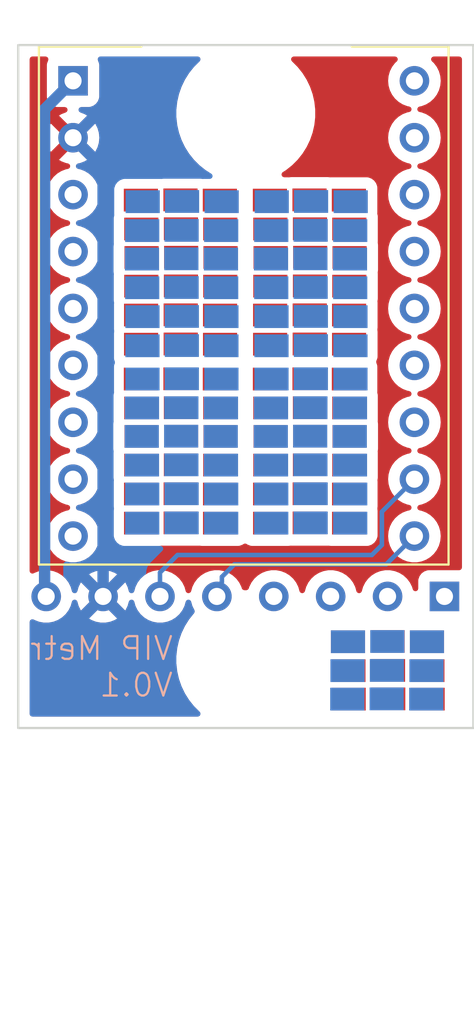
<source format=kicad_pcb>
(kicad_pcb (version 20240108) (generator "pcbnew") (generator_version "8.0")
  (layers (0 "F.Cu" signal) (1 "In1.Cu" signal "GND.Cu") (2 "In2.Cu" signal "PWR.Cu") (31 "B.Cu" signal) (34 "B.Paste" user) (35 "F.Paste" user) (36 "B.SilkS" user "B.Silkscreen") (37 "F.SilkS" user "F.Silkscreen") (38 "B.Mask" user) (39 "F.Mask" user) (44 "Edge.Cuts" user))
  (net 0 "")
  (net 1 "Earth")
  (net 2 "Net-(D1-IN+)")
  (net 3 "Net-(D1-IN-)")
  (net 4 "Net-(D1-VCC)")
  (net 5 "I2C_SDA")
  (net 6 "I2C_SCL")
  (footprint "" (layer "F.Cu") (at 218.86 93.78)
    (property "Reference" "" (at 0 0 0) (layer "F.SilkS") (effects (font (size 1.27 1.27))))
    (property "Value" "")
    (pad "3" smd rect (at 0 0 270) (size 1 1.5) (layers "B.Cu" "B.Mask"))
  )
  (footprint "VIP_metr_Library:ESP32_c6_zero" (layer "F.Cu") (at 209.28 76.64)
    (property "Reference" "D2" (hide yes))
    (property "Value" "~" (hide yes))
    (fp_line (start -4 -9) (end 0.5 -9) (stroke (width 0.1)) (layer "F.SilkS"))
    (fp_line (start -4 13.75) (end -4 -9) (stroke (width 0.1)) (layer "F.SilkS"))
    (fp_line (start 9.75 -9) (end 14 -9) (stroke (width 0.1)) (layer "F.SilkS"))
    (fp_line (start 14 -9) (end 14 13.75) (stroke (width 0.1)) (layer "F.SilkS"))
    (fp_line (start 14 13.75) (end -4 13.75) (stroke (width 0.1)) (layer "F.SilkS"))
    (pad "1" thru_hole rect (at -2.5 -7.5) (size 1.3 1.3) (drill 0.75) (layers "*.Cu" "*.Mask") (net 4 "Net-(D1-VCC)"))
    (pad "2" thru_hole circle (at -2.5 -5) (size 1.3 1.3) (drill 0.75) (layers "*.Cu" "*.Mask") (net 1 "Earth"))
    (pad "3" thru_hole circle (at -2.5 -2.5) (size 1.3 1.3) (drill 0.75) (layers "*.Cu" "*.Mask"))
    (pad "4" thru_hole circle (at -2.5 0) (size 1.3 1.3) (drill 0.75) (layers "*.Cu" "*.Mask"))
    (pad "5" thru_hole circle (at -2.5 2.5) (size 1.3 1.3) (drill 0.75) (layers "*.Cu" "*.Mask"))
    (pad "6" thru_hole circle (at -2.5 5) (size 1.3 1.3) (drill 0.75) (layers "*.Cu" "*.Mask"))
    (pad "7" thru_hole circle (at -2.5 7.5) (size 1.3 1.3) (drill 0.75) (layers "*.Cu" "*.Mask"))
    (pad "8" thru_hole circle (at -2.5 10) (size 1.3 1.3) (drill 0.75) (layers "*.Cu" "*.Mask"))
    (pad "9" thru_hole circle (at -2.5 12.5) (size 1.3 1.3) (drill 0.75) (layers "*.Cu" "*.Mask"))
    (pad "10" thru_hole circle (at 12.5 12.5) (size 1.3 1.3) (drill 0.75) (layers "*.Cu" "*.Mask") (net 6 "I2C_SCL"))
    (pad "11" thru_hole circle (at 12.5 10) (size 1.3 1.3) (drill 0.75) (layers "*.Cu" "*.Mask") (net 5 "I2C_SDA"))
    (pad "12" thru_hole circle (at 12.5 7.5) (size 1.3 1.3) (drill 0.75) (layers "*.Cu" "*.Mask"))
    (pad "13" thru_hole circle (at 12.5 5) (size 1.3 1.3) (drill 0.75) (layers "*.Cu" "*.Mask"))
    (pad "14" thru_hole circle (at 12.5 2.5) (size 1.3 1.3) (drill 0.75) (layers "*.Cu" "*.Mask"))
    (pad "15" thru_hole circle (at 12.5 0) (size 1.3 1.3) (drill 0.75) (layers "*.Cu" "*.Mask"))
    (pad "16" thru_hole circle (at 12.5 -2.5) (size 1.3 1.3) (drill 0.75) (layers "*.Cu" "*.Mask"))
    (pad "17" thru_hole circle (at 12.5 -5) (size 1.3 1.3) (drill 0.75) (layers "*.Cu" "*.Mask"))
    (pad "18" thru_hole circle (at 12.5 -7.5) (size 1.3 1.3) (drill 0.75) (layers "*.Cu" "*.Mask"))
  )
  (footprint "Bpi_v2_Lib:SolderJumper-array_P1.3mmPad1.0x1.5mm" (layer "F.Cu") (at 211.86 85.29 -90)
    (property "Reference" "REF**" (hide yes))
    (property "Value" "SolderJumper-array_P1.3mmPad1.0x1.5mm" (hide yes))
    (pad "1" smd rect (at -3.05 2.1 270) (size 1 1.5) (layers "F.Cu" "F.Mask"))
    (pad "2" smd rect (at -3.06 0.36 270) (size 1 1.5) (layers "F.Cu" "F.Mask"))
    (pad "3" smd rect (at -3.05 -1.37 270) (size 1 1.5) (layers "F.Cu" "F.Mask"))
    (pad "4" smd rect (at -1.78 2.08 270) (size 1 1.5) (layers "F.Cu" "F.Mask"))
    (pad "5" smd rect (at -1.79 0.34 270) (size 1 1.5) (layers "F.Cu" "F.Mask"))
    (pad "6" smd rect (at -1.78 -1.39 270) (size 1 1.5) (layers "F.Cu" "F.Mask"))
    (pad "7" smd rect (at -0.53 2.07 270) (size 1 1.5) (layers "F.Cu" "F.Mask"))
    (pad "8" smd rect (at -0.54 0.33 270) (size 1 1.5) (layers "F.Cu" "F.Mask"))
    (pad "9" smd rect (at -0.53 -1.4 270) (size 1 1.5) (layers "F.Cu" "F.Mask"))
    (pad "10" smd rect (at 0.73 2.08 270) (size 1 1.5) (layers "F.Cu" "F.Mask"))
    (pad "11" smd rect (at 0.72 0.34 270) (size 1 1.5) (layers "F.Cu" "F.Mask"))
    (pad "12" smd rect (at 0.73 -1.39 270) (size 1 1.5) (layers "F.Cu" "F.Mask"))
    (pad "13" smd rect (at 2 2.09 270) (size 1 1.5) (layers "F.Cu" "F.Mask"))
    (pad "14" smd rect (at 1.99 0.35 270) (size 1 1.5) (layers "F.Cu" "F.Mask"))
    (pad "15" smd rect (at 2 -1.38 270) (size 1 1.5) (layers "F.Cu" "F.Mask"))
    (pad "16" smd rect (at 3.28 2.09 270) (size 1 1.5) (layers "F.Cu" "F.Mask"))
    (pad "17" smd rect (at 3.27 0.35 270) (size 1 1.5) (layers "F.Cu" "F.Mask"))
    (pad "18" smd rect (at 3.28 -1.38 270) (size 1 1.5) (layers "F.Cu" "F.Mask"))
  )
  (footprint "" (layer "F.Cu") (at 218.83 96.3)
    (property "Reference" "" (at 0 0 0) (layer "F.SilkS") (effects (font (size 1.27 1.27))))
    (property "Value" "")
    (pad "9" smd rect (at 0 0 270) (size 1 1.5) (layers "B.Cu" "B.Mask"))
  )
  (footprint "" (layer "F.Cu") (at 222.3 96.3)
    (property "Reference" "" (at 0 0 0) (layer "F.SilkS") (effects (font (size 1.27 1.27))))
    (property "Value" "")
    (pad "7" smd rect (at 0 0 270) (size 1 1.5) (layers "B.Cu" "B.Mask"))
  )
  (footprint "" (layer "F.Cu") (at 222.31 95.05)
    (property "Reference" "" (at 0 0 0) (layer "F.SilkS") (effects (font (size 1.27 1.27))))
    (property "Value" "")
    (pad "4" smd rect (at 0 0 270) (size 1 1.5) (layers "B.Cu" "B.Mask"))
  )
  (footprint "" (layer "F.Cu") (at 220.57 95.04)
    (property "Reference" "" (at 0 0 0) (layer "F.SilkS") (effects (font (size 1.27 1.27))))
    (property "Value" "")
    (pad "5" smd rect (at 0 0 270) (size 1 1.5) (layers "B.Cu" "B.Mask"))
  )
  (footprint "" (layer "F.Cu") (at 220.59 93.77)
    (property "Reference" "" (at 0 0 0) (layer "F.SilkS") (effects (font (size 1.27 1.27))))
    (property "Value" "")
    (pad "2" smd rect (at 0 0 270) (size 1 1.5) (layers "B.Cu" "B.Mask"))
  )
  (footprint "Bpi_v2_Lib:SolderJumper-array_P1.3mmPad1.0x1.5mm" (layer "F.Cu") (at 211.86 77.43 -90)
    (property "Reference" "REF**" (hide yes))
    (property "Value" "SolderJumper-array_P1.3mmPad1.0x1.5mm" (hide yes))
    (pad "1" smd rect (at -3.05 2.1 270) (size 1 1.5) (layers "F.Cu" "F.Mask"))
    (pad "2" smd rect (at -3.06 0.36 270) (size 1 1.5) (layers "F.Cu" "F.Mask"))
    (pad "3" smd rect (at -3.05 -1.37 270) (size 1 1.5) (layers "F.Cu" "F.Mask"))
    (pad "4" smd rect (at -1.78 2.08 270) (size 1 1.5) (layers "F.Cu" "F.Mask"))
    (pad "5" smd rect (at -1.79 0.34 270) (size 1 1.5) (layers "F.Cu" "F.Mask"))
    (pad "6" smd rect (at -1.78 -1.39 270) (size 1 1.5) (layers "F.Cu" "F.Mask"))
    (pad "7" smd rect (at -0.53 2.07 270) (size 1 1.5) (layers "F.Cu" "F.Mask"))
    (pad "8" smd rect (at -0.54 0.33 270) (size 1 1.5) (layers "F.Cu" "F.Mask"))
    (pad "9" smd rect (at -0.53 -1.4 270) (size 1 1.5) (layers "F.Cu" "F.Mask"))
    (pad "10" smd rect (at 0.73 2.08 270) (size 1 1.5) (layers "F.Cu" "F.Mask"))
    (pad "11" smd rect (at 0.72 0.34 270) (size 1 1.5) (layers "F.Cu" "F.Mask"))
    (pad "12" smd rect (at 0.73 -1.39 270) (size 1 1.5) (layers "F.Cu" "F.Mask"))
    (pad "13" smd rect (at 2 2.09 270) (size 1 1.5) (layers "F.Cu" "F.Mask"))
    (pad "14" smd rect (at 1.99 0.35 270) (size 1 1.5) (layers "F.Cu" "F.Mask"))
    (pad "15" smd rect (at 2 -1.38 270) (size 1 1.5) (layers "F.Cu" "F.Mask"))
    (pad "16" smd rect (at 3.28 2.09 270) (size 1 1.5) (layers "F.Cu" "F.Mask"))
    (pad "17" smd rect (at 3.27 0.35 270) (size 1 1.5) (layers "F.Cu" "F.Mask"))
    (pad "18" smd rect (at 3.28 -1.38 270) (size 1 1.5) (layers "F.Cu" "F.Mask"))
  )
  (footprint "Bpi_v2_Lib:SolderJumper-array_P1.3mmPad1.0x1.5mm" (layer "F.Cu") (at 217.53 85.29 -90)
    (property "Reference" "REF**" (hide yes))
    (property "Value" "SolderJumper-array_P1.3mmPad1.0x1.5mm" (hide yes))
    (pad "1" smd rect (at -3.05 2.1 270) (size 1 1.5) (layers "F.Cu" "F.Mask"))
    (pad "2" smd rect (at -3.06 0.36 270) (size 1 1.5) (layers "F.Cu" "F.Mask"))
    (pad "3" smd rect (at -3.05 -1.37 270) (size 1 1.5) (layers "F.Cu" "F.Mask"))
    (pad "4" smd rect (at -1.78 2.08 270) (size 1 1.5) (layers "F.Cu" "F.Mask"))
    (pad "5" smd rect (at -1.79 0.34 270) (size 1 1.5) (layers "F.Cu" "F.Mask"))
    (pad "6" smd rect (at -1.78 -1.39 270) (size 1 1.5) (layers "F.Cu" "F.Mask"))
    (pad "7" smd rect (at -0.53 2.07 270) (size 1 1.5) (layers "F.Cu" "F.Mask"))
    (pad "8" smd rect (at -0.54 0.33 270) (size 1 1.5) (layers "F.Cu" "F.Mask"))
    (pad "9" smd rect (at -0.53 -1.4 270) (size 1 1.5) (layers "F.Cu" "F.Mask"))
    (pad "10" smd rect (at 0.73 2.08 270) (size 1 1.5) (layers "F.Cu" "F.Mask"))
    (pad "11" smd rect (at 0.72 0.34 270) (size 1 1.5) (layers "F.Cu" "F.Mask"))
    (pad "12" smd rect (at 0.73 -1.39 270) (size 1 1.5) (layers "F.Cu" "F.Mask"))
    (pad "13" smd rect (at 2 2.09 270) (size 1 1.5) (layers "F.Cu" "F.Mask"))
    (pad "14" smd rect (at 1.99 0.35 270) (size 1 1.5) (layers "F.Cu" "F.Mask"))
    (pad "15" smd rect (at 2 -1.38 270) (size 1 1.5) (layers "F.Cu" "F.Mask"))
    (pad "16" smd rect (at 3.28 2.09 270) (size 1 1.5) (layers "F.Cu" "F.Mask"))
    (pad "17" smd rect (at 3.27 0.35 270) (size 1 1.5) (layers "F.Cu" "F.Mask"))
    (pad "18" smd rect (at 3.28 -1.38 270) (size 1 1.5) (layers "F.Cu" "F.Mask"))
  )
  (footprint "Bpi_v2_Lib:SolderJumper-array_P1.3mmPad1.0x1.5mm" (layer "F.Cu") (at 217.53 77.43 -90)
    (property "Reference" "REF**" (hide yes))
    (property "Value" "SolderJumper-array_P1.3mmPad1.0x1.5mm" (hide yes))
    (pad "1" smd rect (at -3.05 2.1 270) (size 1 1.5) (layers "F.Cu" "F.Mask"))
    (pad "2" smd rect (at -3.06 0.36 270) (size 1 1.5) (layers "F.Cu" "F.Mask"))
    (pad "3" smd rect (at -3.05 -1.37 270) (size 1 1.5) (layers "F.Cu" "F.Mask"))
    (pad "4" smd rect (at -1.78 2.08 270) (size 1 1.5) (layers "F.Cu" "F.Mask"))
    (pad "5" smd rect (at -1.79 0.34 270) (size 1 1.5) (layers "F.Cu" "F.Mask"))
    (pad "6" smd rect (at -1.78 -1.39 270) (size 1 1.5) (layers "F.Cu" "F.Mask"))
    (pad "7" smd rect (at -0.53 2.07 270) (size 1 1.5) (layers "F.Cu" "F.Mask"))
    (pad "8" smd rect (at -0.54 0.33 270) (size 1 1.5) (layers "F.Cu" "F.Mask"))
    (pad "9" smd rect (at -0.53 -1.4 270) (size 1 1.5) (layers "F.Cu" "F.Mask"))
    (pad "10" smd rect (at 0.73 2.08 270) (size 1 1.5) (layers "F.Cu" "F.Mask"))
    (pad "11" smd rect (at 0.72 0.34 270) (size 1 1.5) (layers "F.Cu" "F.Mask"))
    (pad "12" smd rect (at 0.73 -1.39 270) (size 1 1.5) (layers "F.Cu" "F.Mask"))
    (pad "13" smd rect (at 2 2.09 270) (size 1 1.5) (layers "F.Cu" "F.Mask"))
    (pad "14" smd rect (at 1.99 0.35 270) (size 1 1.5) (layers "F.Cu" "F.Mask"))
    (pad "15" smd rect (at 2 -1.38 270) (size 1 1.5) (layers "F.Cu" "F.Mask"))
    (pad "16" smd rect (at 3.28 2.09 270) (size 1 1.5) (layers "F.Cu" "F.Mask"))
    (pad "17" smd rect (at 3.27 0.35 270) (size 1 1.5) (layers "F.Cu" "F.Mask"))
    (pad "18" smd rect (at 3.28 -1.38 270) (size 1 1.5) (layers "F.Cu" "F.Mask"))
  )
  (footprint "VIP_metr_Library:ina226" (layer "F.Cu") (at 214.1 89.04 -90)
    (property "Reference" "D1" (hide yes))
    (property "Value" "ina226" (hide yes))
    (pad "1" thru_hole rect (at 2.75 -9 270) (size 1.3 1.3) (drill 0.75) (layers "*.Cu" "*.Mask") (net 2 "Net-(D1-IN+)"))
    (pad "2" thru_hole circle (at 2.75 -6.5 270) (size 1.3 1.3) (drill 0.75) (layers "*.Cu" "*.Mask") (net 3 "Net-(D1-IN-)"))
    (pad "3" thru_hole circle (at 2.75 -4 270) (size 1.3 1.3) (drill 0.75) (layers "*.Cu" "*.Mask") (net 3 "Net-(D1-IN-)"))
    (pad "4" thru_hole circle (at 2.75 -1.5 270) (size 1.3 1.3) (drill 0.75) (layers "*.Cu" "*.Mask"))
    (pad "5" thru_hole circle (at 2.75 1 270) (size 1.3 1.3) (drill 0.75) (layers "*.Cu" "*.Mask") (net 6 "I2C_SCL"))
    (pad "6" thru_hole circle (at 2.75 3.5 270) (size 1.3 1.3) (drill 0.75) (layers "*.Cu" "*.Mask") (net 5 "I2C_SDA"))
    (pad "7" thru_hole circle (at 2.75 6 270) (size 1.3 1.3) (drill 0.75) (layers "*.Cu" "*.Mask") (net 1 "Earth"))
    (pad "8" thru_hole circle (at 2.75 8.5 270) (size 1.3 1.3) (drill 0.75) (layers "*.Cu" "*.Mask") (net 4 "Net-(D1-VCC)"))
  )
  (footprint "" (layer "F.Cu") (at 214.37 94.57)
    (property "Reference" "" (at 0 0 0) (layer "F.SilkS") (effects (font (size 1.27 1.27))))
    (property "Value" "")
    (pad "" np_thru_hole circle (at 0 0 180) (size 0.6 0.6) (drill 2.7) (layers "F&B.Cu" "*.Mask") (clearance 1.7))
  )
  (footprint "" (layer "F.Cu") (at 222.33 93.78)
    (property "Reference" "" (at 0 0 0) (layer "F.SilkS") (effects (font (size 1.27 1.27))))
    (property "Value" "")
    (pad "1" smd rect (at 0 0 270) (size 1 1.5) (layers "B.Cu" "B.Mask"))
  )
  (footprint "" (layer "F.Cu") (at 218.84 95.05)
    (property "Reference" "" (at 0 0 0) (layer "F.SilkS") (effects (font (size 1.27 1.27))))
    (property "Value" "")
    (pad "6" smd rect (at 0 0 270) (size 1 1.5) (layers "B.Cu" "B.Mask"))
  )
  (footprint "" (layer "F.Cu") (at 220.56 96.29)
    (property "Reference" "" (at 0 0 0) (layer "F.SilkS") (effects (font (size 1.27 1.27))))
    (property "Value" "")
    (pad "8" smd rect (at 0 0 270) (size 1 1.5) (layers "B.Cu" "B.Mask"))
  )
  (footprint "" (layer "F.Cu") (at 214.37 70.57)
    (property "Reference" "" (at 0 0 0) (layer "F.SilkS") (effects (font (size 1.27 1.27))))
    (property "Value" "")
    (pad "" np_thru_hole circle (at 0 0 180) (size 0.6 0.6) (drill 2.7) (layers "F&B.Cu" "*.Mask") (clearance 1.7))
  )
  (footprint "" (layer "B.Cu") (at 220.63 96.29 180)
    (property "Reference" "" (at 0 0 0) (layer "B.SilkS") (effects (font (size 1.27 1.27)) (justify mirror)))
    (property "Value" "")
    (pad "8" smd rect (at 0 0 270) (size 1 1.5) (layers "F.Cu" "F.Mask"))
  )
  (footprint "Bpi_v2_Lib:SolderJumper-array_P1.3mmPad1.0x1.5mm" (layer "B.Cu") (at 216.88 77.5 -90)
    (property "Reference" "REF**" (hide yes))
    (property "Value" "SolderJumper-array_P1.3mmPad1.0x1.5mm" (hide yes))
    (pad "1" smd rect (at -3.05 -2.1 270) (size 1 1.5) (layers "B.Cu" "B.Mask"))
    (pad "2" smd rect (at -3.06 -0.36 270) (size 1 1.5) (layers "B.Cu" "B.Mask"))
    (pad "3" smd rect (at -3.05 1.37 270) (size 1 1.5) (layers "B.Cu" "B.Mask"))
    (pad "4" smd rect (at -1.78 -2.08 270) (size 1 1.5) (layers "B.Cu" "B.Mask"))
    (pad "5" smd rect (at -1.79 -0.34 270) (size 1 1.5) (layers "B.Cu" "B.Mask"))
    (pad "6" smd rect (at -1.78 1.39 270) (size 1 1.5) (layers "B.Cu" "B.Mask"))
    (pad "7" smd rect (at -0.53 -2.07 270) (size 1 1.5) (layers "B.Cu" "B.Mask"))
    (pad "8" smd rect (at -0.54 -0.33 270) (size 1 1.5) (layers "B.Cu" "B.Mask"))
    (pad "9" smd rect (at -0.53 1.4 270) (size 1 1.5) (layers "B.Cu" "B.Mask"))
    (pad "10" smd rect (at 0.73 -2.08 270) (size 1 1.5) (layers "B.Cu" "B.Mask"))
    (pad "11" smd rect (at 0.72 -0.34 270) (size 1 1.5) (layers "B.Cu" "B.Mask"))
    (pad "12" smd rect (at 0.73 1.39 270) (size 1 1.5) (layers "B.Cu" "B.Mask"))
    (pad "13" smd rect (at 2 -2.09 270) (size 1 1.5) (layers "B.Cu" "B.Mask"))
    (pad "14" smd rect (at 1.99 -0.35 270) (size 1 1.5) (layers "B.Cu" "B.Mask"))
    (pad "15" smd rect (at 2 1.38 270) (size 1 1.5) (layers "B.Cu" "B.Mask"))
    (pad "16" smd rect (at 3.28 -2.09 270) (size 1 1.5) (layers "B.Cu" "B.Mask"))
    (pad "17" smd rect (at 3.27 -0.35 270) (size 1 1.5) (layers "B.Cu" "B.Mask"))
    (pad "18" smd rect (at 3.28 1.38 270) (size 1 1.5) (layers "B.Cu" "B.Mask"))
  )
  (footprint "" (layer "B.Cu") (at 222.36 96.3 180)
    (property "Reference" "" (at 0 0 0) (layer "B.SilkS") (effects (font (size 1.27 1.27)) (justify mirror)))
    (property "Value" "")
    (pad "9" smd rect (at 0 0 270) (size 1 1.5) (layers "F.Cu" "F.Mask"))
  )
  (footprint "Bpi_v2_Lib:SolderJumper-array_P1.3mmPad1.0x1.5mm" (layer "B.Cu") (at 216.87 85.29 -90)
    (property "Reference" "REF**" (hide yes))
    (property "Value" "SolderJumper-array_P1.3mmPad1.0x1.5mm" (hide yes))
    (pad "1" smd rect (at -3.05 -2.1 270) (size 1 1.5) (layers "B.Cu" "B.Mask"))
    (pad "2" smd rect (at -3.06 -0.36 270) (size 1 1.5) (layers "B.Cu" "B.Mask"))
    (pad "3" smd rect (at -3.05 1.37 270) (size 1 1.5) (layers "B.Cu" "B.Mask"))
    (pad "4" smd rect (at -1.78 -2.08 270) (size 1 1.5) (layers "B.Cu" "B.Mask"))
    (pad "5" smd rect (at -1.79 -0.34 270) (size 1 1.5) (layers "B.Cu" "B.Mask"))
    (pad "6" smd rect (at -1.78 1.39 270) (size 1 1.5) (layers "B.Cu" "B.Mask"))
    (pad "7" smd rect (at -0.53 -2.07 270) (size 1 1.5) (layers "B.Cu" "B.Mask"))
    (pad "8" smd rect (at -0.54 -0.33 270) (size 1 1.5) (layers "B.Cu" "B.Mask"))
    (pad "9" smd rect (at -0.53 1.4 270) (size 1 1.5) (layers "B.Cu" "B.Mask"))
    (pad "10" smd rect (at 0.73 -2.08 270) (size 1 1.5) (layers "B.Cu" "B.Mask"))
    (pad "11" smd rect (at 0.72 -0.34 270) (size 1 1.5) (layers "B.Cu" "B.Mask"))
    (pad "12" smd rect (at 0.73 1.39 270) (size 1 1.5) (layers "B.Cu" "B.Mask"))
    (pad "13" smd rect (at 2 -2.09 270) (size 1 1.5) (layers "B.Cu" "B.Mask"))
    (pad "14" smd rect (at 1.99 -0.35 270) (size 1 1.5) (layers "B.Cu" "B.Mask"))
    (pad "15" smd rect (at 2 1.38 270) (size 1 1.5) (layers "B.Cu" "B.Mask"))
    (pad "16" smd rect (at 3.28 -2.09 270) (size 1 1.5) (layers "B.Cu" "B.Mask"))
    (pad "17" smd rect (at 3.27 -0.35 270) (size 1 1.5) (layers "B.Cu" "B.Mask"))
    (pad "18" smd rect (at 3.28 1.38 270) (size 1 1.5) (layers "B.Cu" "B.Mask"))
  )
  (footprint "" (layer "B.Cu") (at 222.35 95.05 180)
    (property "Reference" "" (at 0 0 0) (layer "B.SilkS") (effects (font (size 1.27 1.27)) (justify mirror)))
    (property "Value" "")
    (pad "6" smd rect (at 0 0 270) (size 1 1.5) (layers "F.Cu" "F.Mask"))
  )
  (footprint "" (layer "B.Cu") (at 220.6 93.77 180)
    (property "Reference" "" (at 0 0 0) (layer "B.SilkS") (effects (font (size 1.27 1.27)) (justify mirror)))
    (property "Value" "")
    (pad "2" smd rect (at 0 0 270) (size 1 1.5) (layers "F.Cu" "F.Mask"))
  )
  (footprint "" (layer "B.Cu") (at 218.88 95.05 180)
    (property "Reference" "" (at 0 0 0) (layer "B.SilkS") (effects (font (size 1.27 1.27)) (justify mirror)))
    (property "Value" "")
    (pad "4" smd rect (at 0 0 270) (size 1 1.5) (layers "F.Cu" "F.Mask"))
  )
  (footprint "" (layer "B.Cu") (at 218.86 93.78 180)
    (property "Reference" "" (at 0 0 0) (layer "B.SilkS") (effects (font (size 1.27 1.27)) (justify mirror)))
    (property "Value" "")
    (pad "1" smd rect (at 0 0 270) (size 1 1.5) (layers "F.Cu" "F.Mask"))
  )
  (footprint "" (layer "B.Cu") (at 220.62 95.04 180)
    (property "Reference" "" (at 0 0 0) (layer "B.SilkS") (effects (font (size 1.27 1.27)) (justify mirror)))
    (property "Value" "")
    (pad "5" smd rect (at 0 0 270) (size 1 1.5) (layers "F.Cu" "F.Mask"))
  )
  (footprint "" (layer "B.Cu") (at 218.89 96.3 180)
    (property "Reference" "" (at 0 0 0) (layer "B.SilkS") (effects (font (size 1.27 1.27)) (justify mirror)))
    (property "Value" "")
    (pad "7" smd rect (at 0 0 270) (size 1 1.5) (layers "F.Cu" "F.Mask"))
  )
  (footprint "" (layer "B.Cu") (at 222.33 93.78 180)
    (property "Reference" "" (at 0 0 0) (layer "B.SilkS") (effects (font (size 1.27 1.27)) (justify mirror)))
    (property "Value" "")
    (pad "3" smd rect (at 0 0 270) (size 1 1.5) (layers "F.Cu" "F.Mask"))
  )
  (footprint "Bpi_v2_Lib:SolderJumper-array_P1.3mmPad1.0x1.5mm" (layer "B.Cu") (at 211.2 85.29 -90)
    (property "Reference" "REF**" (hide yes))
    (property "Value" "SolderJumper-array_P1.3mmPad1.0x1.5mm" (hide yes))
    (pad "1" smd rect (at -3.05 -2.1 270) (size 1 1.5) (layers "B.Cu" "B.Mask"))
    (pad "2" smd rect (at -3.06 -0.36 270) (size 1 1.5) (layers "B.Cu" "B.Mask"))
    (pad "3" smd rect (at -3.05 1.37 270) (size 1 1.5) (layers "B.Cu" "B.Mask"))
    (pad "4" smd rect (at -1.78 -2.08 270) (size 1 1.5) (layers "B.Cu" "B.Mask"))
    (pad "5" smd rect (at -1.79 -0.34 270) (size 1 1.5) (layers "B.Cu" "B.Mask"))
    (pad "6" smd rect (at -1.78 1.39 270) (size 1 1.5) (layers "B.Cu" "B.Mask"))
    (pad "7" smd rect (at -0.53 -2.07 270) (size 1 1.5) (layers "B.Cu" "B.Mask"))
    (pad "8" smd rect (at -0.54 -0.33 270) (size 1 1.5) (layers "B.Cu" "B.Mask"))
    (pad "9" smd rect (at -0.53 1.4 270) (size 1 1.5) (layers "B.Cu" "B.Mask"))
    (pad "10" smd rect (at 0.73 -2.08 270) (size 1 1.5) (layers "B.Cu" "B.Mask"))
    (pad "11" smd rect (at 0.72 -0.34 270) (size 1 1.5) (layers "B.Cu" "B.Mask"))
    (pad "12" smd rect (at 0.73 1.39 270) (size 1 1.5) (layers "B.Cu" "B.Mask"))
    (pad "13" smd rect (at 2 -2.09 270) (size 1 1.5) (layers "B.Cu" "B.Mask"))
    (pad "14" smd rect (at 1.99 -0.35 270) (size 1 1.5) (layers "B.Cu" "B.Mask"))
    (pad "15" smd rect (at 2 1.38 270) (size 1 1.5) (layers "B.Cu" "B.Mask"))
    (pad "16" smd rect (at 3.28 -2.09 270) (size 1 1.5) (layers "B.Cu" "B.Mask"))
    (pad "17" smd rect (at 3.27 -0.35 270) (size 1 1.5) (layers "B.Cu" "B.Mask"))
    (pad "18" smd rect (at 3.28 1.38 270) (size 1 1.5) (layers "B.Cu" "B.Mask"))
  )
  (footprint "Bpi_v2_Lib:SolderJumper-array_P1.3mmPad1.0x1.5mm" (layer "B.Cu") (at 211.21 77.5 -90)
    (property "Reference" "REF**" (hide yes))
    (property "Value" "SolderJumper-array_P1.3mmPad1.0x1.5mm" (hide yes))
    (pad "1" smd rect (at -3.05 -2.1 270) (size 1 1.5) (layers "B.Cu" "B.Mask"))
    (pad "2" smd rect (at -3.06 -0.36 270) (size 1 1.5) (layers "B.Cu" "B.Mask"))
    (pad "3" smd rect (at -3.05 1.37 270) (size 1 1.5) (layers "B.Cu" "B.Mask"))
    (pad "4" smd rect (at -1.78 -2.08 270) (size 1 1.5) (layers "B.Cu" "B.Mask"))
    (pad "5" smd rect (at -1.79 -0.34 270) (size 1 1.5) (layers "B.Cu" "B.Mask"))
    (pad "6" smd rect (at -1.78 1.39 270) (size 1 1.5) (layers "B.Cu" "B.Mask"))
    (pad "7" smd rect (at -0.53 -2.07 270) (size 1 1.5) (layers "B.Cu" "B.Mask"))
    (pad "8" smd rect (at -0.54 -0.33 270) (size 1 1.5) (layers "B.Cu" "B.Mask"))
    (pad "9" smd rect (at -0.53 1.4 270) (size 1 1.5) (layers "B.Cu" "B.Mask"))
    (pad "10" smd rect (at 0.73 -2.08 270) (size 1 1.5) (layers "B.Cu" "B.Mask"))
    (pad "11" smd rect (at 0.72 -0.34 270) (size 1 1.5) (layers "B.Cu" "B.Mask"))
    (pad "12" smd rect (at 0.73 1.39 270) (size 1 1.5) (layers "B.Cu" "B.Mask"))
    (pad "13" smd rect (at 2 -2.09 270) (size 1 1.5) (layers "B.Cu" "B.Mask"))
    (pad "14" smd rect (at 1.99 -0.35 270) (size 1 1.5) (layers "B.Cu" "B.Mask"))
    (pad "15" smd rect (at 2 1.38 270) (size 1 1.5) (layers "B.Cu" "B.Mask"))
    (pad "16" smd rect (at 3.28 -2.09 270) (size 1 1.5) (layers "B.Cu" "B.Mask"))
    (pad "17" smd rect (at 3.27 -0.35 270) (size 1 1.5) (layers "B.Cu" "B.Mask"))
    (pad "18" smd rect (at 3.28 1.38 270) (size 1 1.5) (layers "B.Cu" "B.Mask"))
  )
  (gr_rect (start 204.37 67.57) (end 224.37 97.57) (stroke (width 0.1)) (fill none) (layer "Edge.Cuts"))
  (gr_text "VIP Metr\nV0.1" (at 211.24 96.27 0) (layer "B.SilkS") (effects (font (size 1 1) (thickness 0.1)) (justify left bottom mirror)))
  (segment (start 208.1 91.79) (end 208.1 72.96) (width 0.5) (layer "B.Cu") (net 1))
  (segment (start 208.1 72.96) (end 206.78 71.64) (width 0.5) (layer "B.Cu") (net 1))
  (segment (start 205.54 91.73) (end 205.6 91.79) (width 0.5) (layer "F.Cu") (net 4))
  (segment (start 205.53 91.72) (end 205.53 70.39) (width 0.5) (layer "B.Cu") (net 4))
  (segment (start 205.6 91.79) (end 205.53 91.72) (width 0.5) (layer "B.Cu") (net 4))
  (segment (start 205.53 70.39) (end 206.78 69.14) (width 0.5) (layer "B.Cu") (net 4))
  (segment (start 219.91 89.97) (end 220.35 89.53) (width 0.2) (layer "B.Cu") (net 5))
  (segment (start 210.6 91.79) (end 210.6 90.74) (width 0.2) (layer "B.Cu") (net 5))
  (segment (start 211.37 89.97) (end 219.91 89.97) (width 0.2) (layer "B.Cu") (net 5))
  (segment (start 220.35 88.07) (end 221.78 86.64) (width 0.2) (layer "B.Cu") (net 5))
  (segment (start 220.35 89.53) (end 220.35 88.07) (width 0.2) (layer "B.Cu") (net 5))
  (segment (start 210.6 90.74) (end 211.37 89.97) (width 0.2) (layer "B.Cu") (net 5))
  (segment (start 220.54 90.38) (end 213.87 90.38) (width 0.2) (layer "B.Cu") (net 6))
  (segment (start 213.32 91.165227) (end 212.897613 91.587614) (width 0.2) (layer "B.Cu") (net 6))
  (segment (start 221.78 89.14) (end 220.54 90.38) (width 0.2) (layer "B.Cu") (net 6))
  (segment (start 213.32 90.93) (end 213.32 91.165227) (width 0.2) (layer "B.Cu") (net 6))
  (segment (start 213.87 90.38) (end 213.32 90.93) (width 0.2) (layer "B.Cu") (net 6))
  (zone (net 1) (net_name "Earth") (layers "F.Cu" "In1.Cu" "In2.Cu" "B.Cu") (connect_pads (clearance 0.5)) (min_thickness 0.25) (fill yes (thermal_gap 0.5) (thermal_bridge_width 0.5))
    (polygon (pts (xy 204.37 67.57) (xy 224.37 67.57) (xy 224.37 97.57) (xy 203.57 97.53)))
  )
)
</source>
